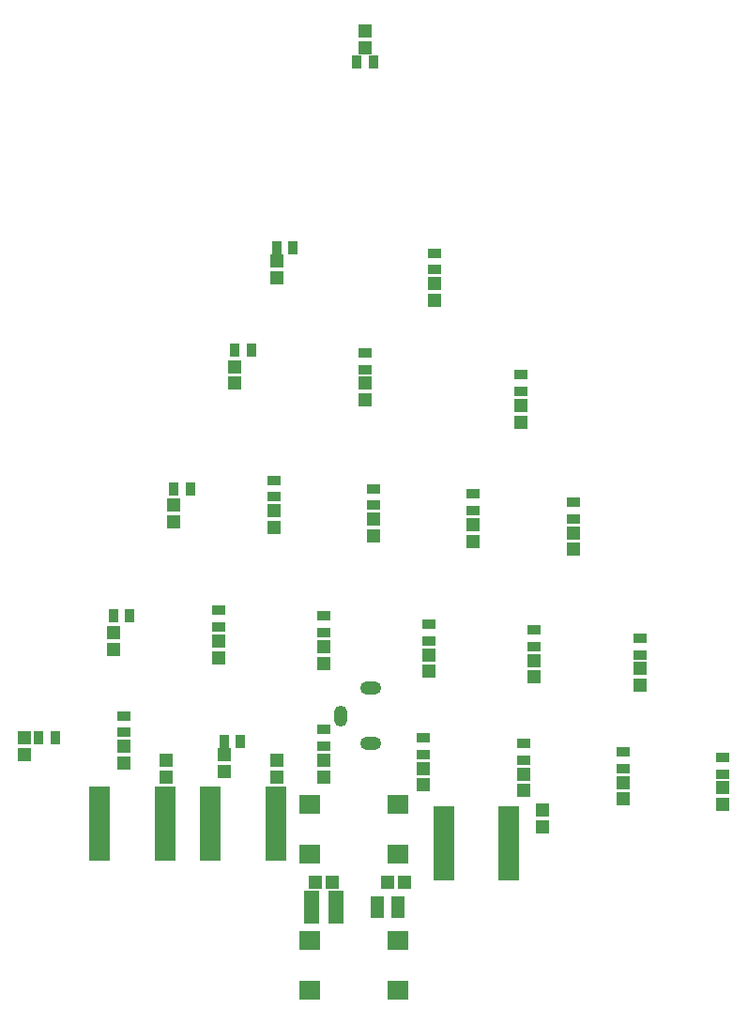
<source format=gts>
G04 #@! TF.FileFunction,Soldermask,Top*
%FSLAX46Y46*%
G04 Gerber Fmt 4.6, Leading zero omitted, Abs format (unit mm)*
G04 Created by KiCad (PCBNEW 4.0.4-stable) date Sat Dec  3 20:50:57 2016*
%MOMM*%
%LPD*%
G01*
G04 APERTURE LIST*
%ADD10C,0.100000*%
%ADD11O,1.900000X1.200000*%
%ADD12O,1.200000X1.900000*%
%ADD13R,1.197560X1.197560*%
%ADD14R,1.850000X0.850000*%
%ADD15R,1.300000X0.900000*%
%ADD16R,0.900000X1.300000*%
%ADD17R,1.950000X1.700000*%
%ADD18R,1.200000X1.150000*%
%ADD19R,1.150000X1.200000*%
%ADD20R,1.460000X1.050000*%
%ADD21R,1.149300X0.798780*%
G04 APERTURE END LIST*
D10*
D11*
X161500000Y-124000000D03*
X161500000Y-119000000D03*
D12*
X158800000Y-121500000D03*
D13*
X184250000Y-128999300D03*
X184250000Y-127500700D03*
X175250000Y-128249300D03*
X175250000Y-126750700D03*
X166250000Y-127749300D03*
X166250000Y-126250700D03*
X157250000Y-126999300D03*
X157250000Y-125500700D03*
X148250000Y-126499300D03*
X148250000Y-125000700D03*
X139250000Y-125749300D03*
X139250000Y-124250700D03*
X130250000Y-124999300D03*
X130250000Y-123500700D03*
X185750000Y-118749300D03*
X185750000Y-117250700D03*
X176250000Y-117999300D03*
X176250000Y-116500700D03*
X166750000Y-117499300D03*
X166750000Y-116000700D03*
X157250000Y-116749300D03*
X157250000Y-115250700D03*
X147750000Y-116249300D03*
X147750000Y-114750700D03*
X138250000Y-115499300D03*
X138250000Y-114000700D03*
X179750000Y-106499300D03*
X179750000Y-105000700D03*
X170750000Y-105749300D03*
X170750000Y-104250700D03*
X161750000Y-105249300D03*
X161750000Y-103750700D03*
X152750000Y-104499300D03*
X152750000Y-103000700D03*
X143750000Y-103999300D03*
X143750000Y-102500700D03*
X175000000Y-94999300D03*
X175000000Y-93500700D03*
X161000000Y-92999300D03*
X161000000Y-91500700D03*
X149250000Y-91499300D03*
X149250000Y-90000700D03*
X167250000Y-83999300D03*
X167250000Y-82500700D03*
X153000000Y-81999300D03*
X153000000Y-80500700D03*
X161000000Y-61249300D03*
X161000000Y-59750700D03*
D14*
X137050000Y-128325000D03*
X137050000Y-128975000D03*
X137050000Y-129625000D03*
X137050000Y-130275000D03*
X137050000Y-130925000D03*
X137050000Y-131575000D03*
X137050000Y-132225000D03*
X137050000Y-132875000D03*
X137050000Y-133525000D03*
X137050000Y-134175000D03*
X142950000Y-134175000D03*
X142950000Y-133525000D03*
X142950000Y-132875000D03*
X142950000Y-132225000D03*
X142950000Y-131575000D03*
X142950000Y-130925000D03*
X142950000Y-130275000D03*
X142950000Y-129625000D03*
X142950000Y-128975000D03*
X142950000Y-128325000D03*
X147050000Y-128325000D03*
X147050000Y-128975000D03*
X147050000Y-129625000D03*
X147050000Y-130275000D03*
X147050000Y-130925000D03*
X147050000Y-131575000D03*
X147050000Y-132225000D03*
X147050000Y-132875000D03*
X147050000Y-133525000D03*
X147050000Y-134175000D03*
X152950000Y-134175000D03*
X152950000Y-133525000D03*
X152950000Y-132875000D03*
X152950000Y-132225000D03*
X152950000Y-131575000D03*
X152950000Y-130925000D03*
X152950000Y-130275000D03*
X152950000Y-129625000D03*
X152950000Y-128975000D03*
X152950000Y-128325000D03*
X168050000Y-130075000D03*
X168050000Y-130725000D03*
X168050000Y-131375000D03*
X168050000Y-132025000D03*
X168050000Y-132675000D03*
X168050000Y-133325000D03*
X168050000Y-133975000D03*
X168050000Y-134625000D03*
X168050000Y-135275000D03*
X168050000Y-135925000D03*
X173950000Y-135925000D03*
X173950000Y-135275000D03*
X173950000Y-134625000D03*
X173950000Y-133975000D03*
X173950000Y-133325000D03*
X173950000Y-132675000D03*
X173950000Y-132025000D03*
X173950000Y-131375000D03*
X173950000Y-130725000D03*
X173950000Y-130075000D03*
D13*
X193250000Y-129499300D03*
X193250000Y-128000700D03*
D15*
X184250000Y-124750000D03*
X184250000Y-126250000D03*
X175250000Y-124000000D03*
X175250000Y-125500000D03*
X166250000Y-123500000D03*
X166250000Y-125000000D03*
X157250000Y-122750000D03*
X157250000Y-124250000D03*
D16*
X149750000Y-123800000D03*
X148250000Y-123800000D03*
D15*
X139250000Y-121500000D03*
X139250000Y-123000000D03*
D16*
X133000000Y-123500000D03*
X131500000Y-123500000D03*
D15*
X185750000Y-114500000D03*
X185750000Y-116000000D03*
X176250000Y-113750000D03*
X176250000Y-115250000D03*
X166750000Y-113250000D03*
X166750000Y-114750000D03*
X157250000Y-112500000D03*
X157250000Y-114000000D03*
X147750000Y-112000000D03*
X147750000Y-113500000D03*
D16*
X139750000Y-112500000D03*
X138250000Y-112500000D03*
D15*
X179750000Y-102250000D03*
X179750000Y-103750000D03*
X170750000Y-101500000D03*
X170750000Y-103000000D03*
X161750000Y-101000000D03*
X161750000Y-102500000D03*
X152750000Y-100250000D03*
X152750000Y-101750000D03*
D16*
X145250000Y-101000000D03*
X143750000Y-101000000D03*
D15*
X175000000Y-90750000D03*
X175000000Y-92250000D03*
X161000000Y-88750000D03*
X161000000Y-90250000D03*
D16*
X150750000Y-88500000D03*
X149250000Y-88500000D03*
X154500000Y-79250000D03*
X153000000Y-79250000D03*
X161750000Y-62500000D03*
X160250000Y-62500000D03*
D15*
X167250000Y-79750000D03*
X167250000Y-81250000D03*
X193250000Y-125250000D03*
X193250000Y-126750000D03*
D17*
X156025000Y-129500000D03*
X163975000Y-129500000D03*
X156025000Y-134000000D03*
X163975000Y-134000000D03*
X163975000Y-146250000D03*
X156025000Y-146250000D03*
X163975000Y-141750000D03*
X156025000Y-141750000D03*
D18*
X156500000Y-136500000D03*
X158000000Y-136500000D03*
X164500000Y-136500000D03*
X163000000Y-136500000D03*
D19*
X143000000Y-125500000D03*
X143000000Y-127000000D03*
X153000000Y-125500000D03*
X153000000Y-127000000D03*
X177000000Y-131500000D03*
X177000000Y-130000000D03*
D20*
X156150000Y-137800000D03*
X156150000Y-138750000D03*
X156150000Y-139700000D03*
X158350000Y-139700000D03*
X158350000Y-137800000D03*
X158350000Y-138750000D03*
D21*
X163949960Y-139400240D03*
X163949960Y-138750000D03*
X163949960Y-138099760D03*
X162050040Y-138099760D03*
X162050040Y-138750000D03*
X162050040Y-139400240D03*
M02*

</source>
